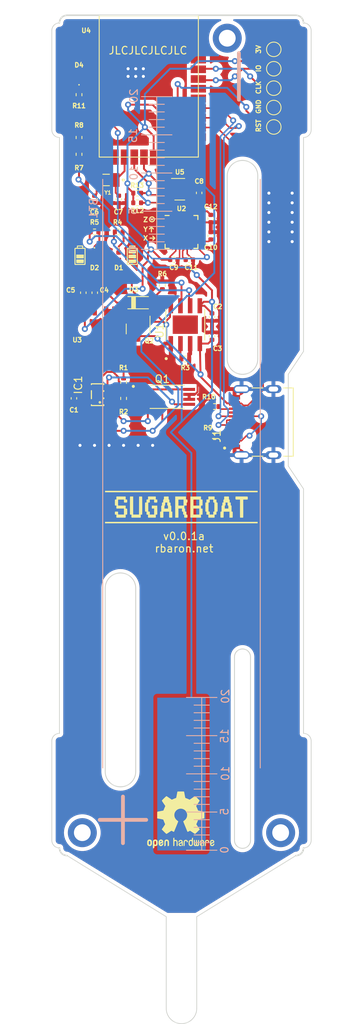
<source format=kicad_pcb>
(kicad_pcb (version 20211014) (generator pcbnew)
  (title_block (title "sugarboat") (date "2021-12-29") (rev "0.0.1a") (company "rbaron.net"))
  (layers (0 "F.Cu" signal) (31 "B.Cu" signal) (34 "B.Paste" user) (35 "F.Paste" user) (36 "B.SilkS" user "B.Silkscreen") (37 "F.SilkS" user "F.Silkscreen") (38 "B.Mask" user) (39 "F.Mask" user) (44 "Edge.Cuts" user))
  (net 0 "")
  (net 2 "Net-(IC1-Pad1)")
  (net 3 "Net-(IC1-Pad2)")
  (net 4 "Net-(IC1-Pad3)")
  (net 5 "unconnected-(Q1-Pad1)")
  (net 6 "GND")
  (net 7 "Net-(C1-Pad2)")
  (net 8 "+BATT")
  (net 9 "+5V")
  (net 10 "Net-(D1-Pad1)")
  (net 11 "Net-(D2-Pad1)")
  (net 12 "Net-(R3-Pad1)")
  (net 13 "Net-(R4-Pad2)")
  (net 14 "Net-(R5-Pad2)")
  (net 18 "+3V0")
  (net 19 "BATT_SEN")
  (net 24 "RESET")
  (net 27 "SWDCLK")
  (net 28 "SWDIO")
  (net 36 "Net-(J1-PadA5)")
  (net 37 "USB D+")
  (net 38 "USB D-")
  (net 39 "Net-(J1-PadB5)")
  (net 40 "Net-(D4-Pad1)")
  (net 41 "LED")
  (net 44 "Net-(BT1-Pad-)")
  (net 45 "Net-(C4-Pad2)")
  (net 46 "Net-(C6-Pad2)")
  (net 47 "Net-(C7-Pad2)")
  (net 48 "SDA")
  (net 49 "SCL")
  (net 50 "Net-(C11-Pad1)")
  (net 51 "Net-(C12-Pad2)")
  (net 52 "IMU_INT")
  (footprint "lib:battery-full" (layer "F.Cu") (at 106.553 89.408 90)
    (fp_text reference "G***" hide)
    (fp_text value "LOGO" hide)
  )
  (footprint "Resistor_SMD:R_0402_1005Metric" (layer "F.Cu") (at 110.49 93.345 90)
    (fp_text reference "R6")
    (fp_text value "10k")
  )
  (footprint "TestPoint:TestPoint_Pad_D1.5mm" (layer "F.Cu") (at 125.1 67.54 90)
    (fp_text reference "TP3" hide)
    (fp_text value "TestPoint")
  )
  (footprint "Capacitor_SMD:C_0402_1005Metric" (layer "F.Cu") (at 112 90 180)
    (fp_text reference "C9")
    (fp_text value "10n")
  )
  (footprint "Resistor_SMD:R_0402_1005Metric" (layer "F.Cu") (at 105.41 106.045 -90)
    (fp_text reference "R1")
    (fp_text value "100")
  )
  (footprint "lib:HRO_TYPE-C-31-M-12" (layer "F.Cu") (at 125.0525 111.252 90)
    (fp_text reference "J1")
    (fp_text value "TYPE-C-31-M-12")
  )
  (footprint "TestPoint:TestPoint_Pad_D1.5mm" (layer "F.Cu") (at 125.1 62.46 90)
    (fp_text reference "TP5" hide)
    (fp_text value "TestPoint")
  )
  (footprint "Capacitor_SMD:C_0402_1005Metric" (layer "F.Cu") (at 101.63 94.3175 -90)
    (fp_text reference "C4")
    (fp_text value "10u")
  )
  (footprint "Package_TO_SOT_SMD:SOT-23" (layer "F.Cu") (at 107.315 99.06 -90)
    (fp_text reference "Q2")
    (fp_text value "AO3401A")
  )
  (footprint "Resistor_SMD:R_0402_1005Metric" (layer "F.Cu") (at 99.568 74 90)
    (fp_text reference "R8")
    (fp_text value "470k")
  )
  (footprint "Symbol:OSHW-Logo2_9.8x8mm_SilkScreen" (layer "F.Cu") (at 112.903 163.322)
    (fp_text reference "REF**" hide)
    (fp_text value "OSHW-Logo2_9.8x8mm_SilkScreen" hide)
  )
  (footprint "LED_SMD:LED_0402_1005Metric" (layer "F.Cu") (at 101.6 89.535 -90)
    (fp_text reference "D2")
    (fp_text value "RED")
  )
  (footprint "Capacitor_SMD:C_0402_1005Metric" (layer "F.Cu") (at 98.900103 108.144511 90)
    (fp_text reference "C1")
    (fp_text value "0.1u")
  )
  (footprint "lib:SOT89" (layer "F.Cu") (at 101.63 97.2975 180)
    (fp_text reference "U3")
    (fp_text value "HT7330")
  )
  (footprint "Capacitor_SMD:C_0402_1005Metric" (layer "F.Cu") (at 114.032 90)
    (fp_text reference "C11")
    (fp_text value "0.1u")
  )
  (footprint "lib:SOD3716X135N" (layer "F.Cu") (at 107.315 95.6225)
    (fp_text reference "D3")
    (fp_text value " B5819W SL")
  )
  (footprint "TestPoint:TestPoint_Pad_D1.5mm" (layer "F.Cu") (at 125.1 72.62 90)
    (fp_text reference "TP1" hide)
    (fp_text value "TestPoint")
  )
  (footprint "MountingHole:MountingHole_2.2mm_M2_DIN965_Pad" (layer "F.Cu") (at 119 61)
    (fp_text reference "REF**" hide)
    (fp_text value "MountingHole_2.2mm_M2_DIN965_Pad" hide)
  )
  (footprint "MountingHole:MountingHole_2.2mm_M2_DIN965_Pad" (layer "F.Cu") (at 100 165)
    (fp_text reference "REF**" hide)
    (fp_text value "MountingHole_2.2mm_M2_DIN965_Pad" hide)
  )
  (footprint "lib:battery-half" (layer "F.Cu") (at 99.695 89.408 90)
    (fp_text reference "G***" hide)
    (fp_text value "LOGO" hide)
  )
  (footprint "TestPoint:TestPoint_Pad_D1.5mm" (layer "F.Cu") (at 125.1 70.08 90)
    (fp_text reference "TP2" hide)
    (fp_text value "TestPoint")
  )
  (footprint "lib:E73-2G4M08S1C-modified" (layer "F.Cu") (at 108.712 67.564)
    (fp_text reference "U4")
    (fp_text value "E73-2G4M08S1C")
  )
  (footprint "Resistor_SMD:R_0402_1005Metric" (layer "F.Cu") (at 99.568 68.394 -90)
    (fp_text reference "R11")
    (fp_text value "1k" hide)
  )
  (footprint "Capacitor_SMD:C_0402_1005Metric" (layer "F.Cu") (at 104.775 82.1 90)
    (fp_text reference "C7")
    (fp_text value "12p" hide)
  )
  (footprint "MountingHole:MountingHole_2.2mm_M2_DIN965_Pad" (layer "F.Cu") (at 126 165)
    (fp_text reference "REF**" hide)
    (fp_text value "MountingHole_2.2mm_M2_DIN965_Pad" hide)
  )
  (footprint "Capacitor_SMD:C_0402_1005Metric" (layer "F.Cu") (at 117 97.5 90)
    (fp_text reference "C2")
    (fp_text value "10u")
  )
  (footprint "Resistor_SMD:R_0402_1005Metric" (layer "F.Cu") (at 117.348 109.22 180)
    (fp_text reference "R10")
    (fp_text value "5.1k")
  )
  (footprint "Resistor_SMD:R_0402_1005Metric" (layer "F.Cu") (at 107.19 81.28)
    (fp_text reference "R13")
    (fp_text value "10k")
  )
  (footprint "TestPoint:TestPoint_Pad_D1.5mm" (layer "F.Cu") (at 125.1 65 90)
    (fp_text reference "TP4" hide)
    (fp_text value "TestPoint")
  )
  (footprint "Sensor_Motion:InvenSense_QFN-24_4x4mm_P0.5mm" (layer "F.Cu") (at 113 86.36)
    (fp_text reference "U2")
    (fp_text value "MPU-6050")
  )
  (footprint "Resistor_SMD:R_0402_1005Metric" (layer "F.Cu") (at 105.41 108.154511 -90)
    (fp_text reference "R2")
    (fp_text value "1k")
  )
  (footprint "Capacitor_SMD:C_0402_1005Metric" (layer "F.Cu") (at 100.13 94.3175 -90)
    (fp_text reference "C5")
    (fp_text value "10u")
  )
  (footprint "Resistor_SMD:R_0402_1005Metric" (layer "F.Cu") (at 107.19 82.55 180)
    (fp_text reference "R12")
    (fp_text value "10k")
  )
  (footprint "lib:XTAL_NX3215SA-32.768K-STD-MUA-14" (layer "F.Cu") (at 103.124 79.56 180)
    (fp_text reference "Y1")
    (fp_text value "32.768 kHz")
  )
  (footprint "Resistor_SMD:R_0402_1005Metric" (layer "F.Cu") (at 101.6 86.36 180)
    (fp_text reference "R5")
    (fp_text value "1k")
  )
  (footprint "LED_SMD:LED_0402_1005Metric" (layer "F.Cu") (at 104.775 89.535 -90)
    (fp_text reference "D1")
    (fp_text value "GREEN")
  )
  (footprint "Resistor_SMD:R_0402_1005Metric" (layer "F.Cu") (at 117.348 113.157 180)
    (fp_text reference "R9")
    (fp_text value "5.1k")
  )
  (footprint "Capacitor_SMD:C_0402_1005Metric" (layer "F.Cu") (at 101.6 82.1 90)
    (fp_text reference "C6")
    (fp_text value "12p" hide)
  )
  (footprint "Resistor_SMD:R_0402_1005Metric" (layer "F.Cu") (at 99.568 76.2 90)
    (fp_text reference "R7")
    (fp_text value "470k")
  )
  (footprint "Resistor_SMD:R_0402_1005Metric" (layer "F.Cu") (at 113.5 103)
    (fp_text reference "R3")
    (fp_text value "2k")
  )
  (footprint "Capacitor_SMD:C_0402_1005Metric" (layer "F.Cu") (at 116.84 84.61 90)
    (fp_text reference "C12")
    (fp_text value "2.2n")
  )
  (footprint "Capacitor_SMD:C_0402_1005Metric" (layer "F.Cu") (at 116.84 86.868 90)
    (fp_text reference "C10")
    (fp_text value "0.1u")
  )
  (footprint "LED_SMD:LED_0402_1005Metric" (layer "F.Cu") (at 99.568 66.009 90)
    (fp_text reference "D4")
    (fp_text value "RED" hide)
  )
  (footprint "lib:SOT23-6" (layer "F.Cu") (at 102.000103 107.664511 90)
    (property "VALUE" "DW01A")
    (fp_text reference "IC1")
    (fp_text value "DW01A")
  )
  (footprint "Capacitor_SMD:C_0402_1005Metric" (layer "F.Cu") (at 117 100 -90)
    (fp_text reference "C3")
    (fp_text value "10u")
  )
  (footprint "Resistor_SMD:R_0402_1005Metric" (layer "F.Cu") (at 104.775 86.36 180)
    (fp_text reference "R4")
    (fp_text value "1k")
  )
  (footprint "lib:SOP65P640X120-8N" (layer "F.Cu") (at 111.125 107.95)
    (fp_text reference "Q1")
    (fp_text value "FS8205A")
  )
  (footprint "Capacitor_SMD:C_0402_1005Metric" (layer "F.Cu") (at 115.316 81.252 90)
    (fp_text reference "C8")
    (fp_text value "100n")
  )
  (footprint "lib:SOP127P600X175-9N" (layer "F.Cu") (at 113.5 98.5 90)
    (fp_text reference "U1")
    (fp_text value "TP4056")
  )
  (footprint "Sensor_Humidity:Sensirion_DFN-8-1EP_2.5x2.5mm_P0.5mm_EP1.1x1.7mm" (layer "F.Cu") (at 112.776 80.772)
    (fp_text reference "U5")
    (fp_text value "SHT30-DIS")
  )
  (footprint "lib:sugarboat" (layer "F.Cu") (at 112.9792 122.3772)
    (fp_text reference "G***" hide)
    (fp_text value "LOGO" hide)
  )
  (footprint "lib:BAT_1042_modified" (layer "B.Cu") (at 113 118 -90)
    (fp_text reference "BT1")
    (fp_text value "Battery_Cell")
    (fp_line (start -39 -6) (end -15 -6) (layer "Edge.Cuts") (width 0.12))
    (fp_line (start 48 -9.05) (end 24 -9.05) (layer "Edge.Cuts") (width 0.12))
    (fp_line (start 15 10) (end 39 10) (layer "Edge.Cuts") (width 0.12))
    (fp_line (start -15 -10) (end -39 -10) (layer "Edge.Cuts") (width 0.12))
    (fp_line (start 24 -6.95) (end 48 -6.95) (layer "Edge.Cuts") (width 0.12))
    (fp_line (start 39 6) (end 15 6) (layer "Edge.Cuts") (width 0.12))
    (fp_arc (start 48 -9.05) (mid 49.059259 -8) (end 48 -6.95) (layer "Edge.Cuts") (width 0.12))
    (fp_arc (start 39 6) (mid 41 8) (end 39 10) (layer "Edge.Cuts") (width 0.12))
    (fp_arc (start 15 10) (mid 13 8) (end 15 6) (layer "Edge.Cuts") (width 0.12))
    (fp_arc (start 24 -6.95) (mid 22.95 -8) (end 24 -9.05) (layer "Edge.Cuts") (width 0.12))
    (fp_arc (start -15 -10) (mid -13 -8) (end -15 -6) (layer "Edge.Cuts") (width 0.12))
    (fp_arc (start -39 -6) (mid -41 -8) (end -39 -10) (layer "Edge.Cuts") (width 0.12))
  )
  (gr_line (start 108.8009 85.9663) (end 109.0549 85.7123) (layer "F.SilkS") (width 0.15))
  (gr_circle (center 109.1311 84.709) (end 109.1311 84.709) (layer "F.SilkS") (width 0.15) (fill none))
  (gr_line (start 109.0549 85.7123) (end 109.0549 86.3473) (layer "F.SilkS") (width 0.15))
  (gr_circle (center 109.1311 84.709) (end 109.4359 84.6074) (layer "F.SilkS") (width 0.15) (fill none))
  (gr_line (start 109.3089 85.9663) (end 109.0549 85.7123) (layer "F.SilkS") (width 0.15))
  (gr_line (start 109.4994 87.1728) (end 108.8644 87.1728) (layer "F.SilkS") (width 0.15))
  (gr_line (start 109.0549 85.7123) (end 109.3089 85.9663) (layer "F.SilkS") (width 0.15))
  (gr_line (start 109.2454 86.9188) (end 109.4994 87.1728) (layer "F.SilkS") (width 0.15))
  (gr_line (start 109.2454 87.4268) (end 109.4994 87.1728) (layer "F.SilkS") (width 0.15))
  (gr_line (start 109.4994 87.1728) (end 109.2454 87.4268) (layer "F.SilkS") (width 0.15))
  (gr_arc (start 129 167) (mid 128.707108 167.707108) (end 128 168) (layer "Edge.Cuts") (width 0.2))
  (gr_arc (start 96 60) (mid 96.292893 59.292893) (end 97 59) (layer "Edge.Cuts") (width 0.1))
  (gr_arc (start 130 73) (mid 129.707107 73.707107) (end 129 74) (layer "Edge.Cuts") (width 0.1))
  (gr_line (start 127 117) (end 127 105) (layer "Edge.Cuts") (width 0.1))
  (gr_line (start 96 73) (end 96 60) (layer "Edge.Cuts") (width 0.1))
  (gr_line (start 98 58) (end 128 58) (layer "Edge.Cuts") (width 0.2))
  (gr_line (start 96 166) (end 96 153) (layer "Edge.Cuts") (width 0.1))
  (gr_arc (start 129 59) (mid 129.707107 59.292893) (end 130 60) (layer "Edge.Cuts") (width 0.1))
  (gr_line (start 127 117) (end 129 120) (layer "Edge.Cuts") (width 0.1))
  (gr_line (start 129 120) (end 129 152) (layer "Edge.Cuts") (width 0.1))
  (gr_line (start 129 74) (end 129 102) (layer "Edge.Cuts") (width 0.1))
  (gr_arc (start 98 168) (mid 97.292894 167.707106) (end 97 167) (layer "Edge.Cuts") (width 0.2))
  (gr_line (start 111 188) (end 111 176) (layer "Edge.Cuts") (width 0.1))
  (gr_line (start 115 188) (end 115 176) (layer "Edge.Cuts") (width 0.1))
  (gr_arc (start 130 166) (mid 129.707107 166.707107) (end 129 167) (layer "Edge.Cuts") (width 0.1))
  (gr_arc (start 97 59) (mid 97.292894 58.292894) (end 98 58) (layer "Edge.Cuts") (width 0.2))
  (gr_arc (start 115 188) (mid 113 190) (end 111 188) (layer "Edge.Cuts") (width 0.1))
  (gr_line (start 97 152) (end 97 74) (layer "Edge.Cuts") (width 0.1))
  (gr_arc (start 97 74) (mid 96.292893 73.707107) (end 96 73) (layer "Edge.Cuts") (width 0.1))
  (gr_line (start 130 153) (end 130 166) (layer "Edge.Cuts") (width 0.1))
  (gr_line (start 130 60) (end 130 73) (layer "Edge.Cuts") (width 0.1))
  (gr_arc (start 97 167) (mid 96.292893 166.707107) (end 96 166) (layer "Edge.Cuts") (width 0.1))
  (gr_arc (start 128 58) (mid 128.707106 58.292894) (end 129 59) (layer "Edge.Cuts") (width 0.2))
  (gr_line (start 98 168) (end 111 176) (layer "Edge.Cuts") (width 0.1))
  (gr_line (start 127 105) (end 129 102) (layer "Edge.Cuts") (width 0.1))
  (gr_arc (start 96 153) (mid 96.292893 152.292893) (end 97 152) (layer "Edge.Cuts") (width 0.1))
  (gr_line (start 115 176) (end 128 168) (layer "Edge.Cuts") (width 0.1))
  (gr_arc (start 129 152) (mid 129.707107 152.292893) (end 130 153) (layer "Edge.Cuts") (width 0.1))
  (gr_text "Y" (at 108.2929 86.0298) (layer "F.SilkS") (effects (font (size 0.6 0.6))))
  (gr_text "Z" (at 108.2929 84.7598) (layer "F.SilkS") (effects (font (size 0.6 0.6))))
  (gr_text "CLK" (at 123.1 67.46 90) (layer "F.SilkS") (effects (font (size 0.6 0.6))))
  (gr_text "v0.0.1a\nrbaron.net" (at 113.3348 127) (layer "F.SilkS") (effects (font (size 1 1))))
  (gr_text "3V" (at 123.1 62.46 90) (layer "F.SilkS") (effects (font (size 0.6 0.6))))
  (gr_text "RST" (at 123.1 72.46 90) (layer "F.SilkS") (effects (font (size 0.6 0.6))))
  (gr_text "JLCJLCJLCJLC" (at 108.6104 62.611) (layer "F.SilkS") (effects (font (size 1 1))))
  (gr_text "GND" (at 123.1 69.96 90) (layer "F.SilkS") (effects (font (size 0.6 0.6))))
  (gr_text "IO" (at 123.1 64.96 90) (layer "F.SilkS") (effects (font (size 0.6 0.6))))
  (gr_text "X" (at 108.2929 87.1728) (layer "F.SilkS") (effects (font (size 0.6 0.6))))
  (segment (start 103.300103 109.015103) (end 105.41 111.125) (width 0.25) (layer "F.Cu") (net 2))
  (segment (start 108.585 109.265) (end 108.245 108.925) (width 0.25) (layer "F.Cu") (net 2))
  (segment (start 103.300103 108.614511) (end 103.300103 109.015103) (width 0.25) (layer "F.Cu") (net 2))
  (segment (start 108.585 111.125) (end 108.585 109.265) (width 0.25) (layer "F.Cu") (net 2))
  (via (at 105.41 111.125) (size 0.8) (drill 0.4) (layers "F.Cu" "B.Cu") (net 2))
  (via (at 108.585 111.125) (size 0.8) (drill 0.4) (layers "F.Cu" "B.Cu") (net 2))
  (segment (start 105.41 111.125) (end 108.585 111.125) (width 0.25) (layer "B.Cu") (net 2))
  (segment (start 103.300103 107.664511) (end 105.39 107.664511) (width 0.25) (layer "F.Cu") (net 3))
  (segment (start 105.39 107.664511) (end 105.41 107.644511) (width 0.25) (layer "F.Cu") (net 3))
  (segment (start 103.300103 106.714511) (end 103.300103 105.614897) (width 0.25) (layer "F.Cu") (net 4))
  (segment (start 103.300103 105.614897) (end 103.505 105.41) (width 0.25) (layer "F.Cu") (net 4))
  (segment (start 111.76 108.585) (end 112.1 108.925) (width 0.25) (layer "F.Cu") (net 4))
  (segment (start 112.1 108.925) (end 114.005 108.925) (width 0.25) (layer "F.Cu") (net 4))
  (via (at 103.505 105.41) (size 0.8) (drill 0.4) (layers "F.Cu" "B.Cu") (net 4))
  (via (at 111.76 108.585) (size 0.8) (drill 0.4) (layers "F.Cu" "B.Cu") (net 4))
  (segment (start 103.505 105.41) (end 108.585 105.41) (width 0.25) (layer "B.Cu") (net 4))
  (segment (start 108.585 105.41) (end 111.76 108.585) (width 0.25) (layer "B.Cu") (net 4))
  (segment (start 108.245 106.975) (end 114.005 106.975) (width 0.25) (layer "F.Cu") (net 5))
  (segment (start 111.334 85.11) (end 111.35852 85.13452) (width 0.2) (layer "F.Cu") (net 6))
  (segment (start 115.10952 107.297704) (end 115.10952 106.21952) (width 0.25) (layer "F.Cu") (net 6))
  (segment (start 114.01 105.12) (end 114.01 103) (width 0.25) (layer "F.Cu") (net 6))
  (segment (start 111.35852 85.13452) (end 115.20948 85.13452) (width 0.2) (layer "F.Cu") (net 6))
  (segment (start 112.48 90) (end 112.75 89.73) (width 0.2) (layer "F.Cu") (net 6))
  (segment (start 113.951 80.022) (end 113.526 80.022) (width 0.25) (layer "F.Cu") (net 6))
  (segment (start 116.82 85.11) (end 116.84 85.09) (width 0.25) (layer "F.Cu") (net 6))
  (segment (start 112.526 80.522) (end 112.776 80.772) (width 0.25) (layer "F.Cu") (net 6))
  (segment (start 113.526 80.022) (end 112.776 80.772) (width 0.25) (layer "F.Cu") (net 6))
  (segment (start 115.20948 85.13452) (end 115.234 85.11) (width 0.2) (layer "F.Cu") (net 6))
  (segment (start 113.75 88.31) (end 113.75 89.238) (width 0.2) (layer "F.Cu") (net 6))
  (segment (start 113.75 89.238) (end 114.512 90) (width 0.2) (layer "F.Cu") (net 6))
  (segment (start 113.026 80.522) (end 112.776 80.772) (width 0.25) (layer "F.Cu") (net 6))
  (segment (start 111.601 80.522) (end 112.526 80.522) (width 0.25) (layer "F.Cu") (net 6))
  (segment (start 115.10952 106.21952) (end 114.01 105.12) (width 0.25) (layer "F.Cu") (net 6))
  (segment (start 112.75 89.73) (end 112.75 88.31) (width 0.2) (layer "F.Cu") (net 6))
  (segment (start 114.782224 107.625) (end 115.10952 107.297704) (width 0.25) (layer "F.Cu") (net 6))
  (segment (start 110.622 77.814) (end 110.622 76.564) (width 0.25) (layer "F.Cu") (net 6))
  (segment (start 112.776 80.772) (end 112.776 79.968) (width 0.25) (layer "F.Cu") (net 6))
  (segment (start 115.234 85.11) (end 116.82 85.11) (width 0.25) (layer "F.Cu") (net 6))
  (segment (start 112.776 79.968) (end 110.622 77.814) (width 0.25) (layer "F.Cu") (net 6))
  (segment (start 114.005 107.625) (end 114.782224 107.625) (width 0.25) (layer "F.Cu") (net 6))
  (segment (start 114.005 107.625) (end 114.005 108.275) (width 0.25) (layer "F.Cu") (net 6))
  (segment (start 113.951 80.522) (end 113.026 80.522) (width 0.25) (layer "F.Cu") (net 6))
  (via (at 107 66) (size 0.8) (drill 0.4) (layers "F.Cu" "B.Cu") (net 6))
  (via (at 124.46 85.09) (size 0.8) (drill 0.4) (layers "F.Cu" "B.Cu") (net 6))
  (via (at 127.508 86.36) (size 0.8) (drill 0.4) (layers "F.Cu" "B.Cu") (net 6))
  (via (at 124.46 86.36) (size 0.8) (drill 0.4) (layers "F.Cu" "B.Cu") (net 6))
  (via (at 127.508 85.09) (size 0.8) (drill 0.4) (layers "F.Cu" "B.Cu") (net 6))
  (via (at 109.22 114.3) (size 0.8) (drill 0.4) (layers "F.Cu" "B.Cu") (net 6))
  (via (at 106 66) (size 0.8) (drill 0.4) (layers "F.Cu" "B.Cu") (net 6))
  (via (at 127.508 81.28) (size 0.8) (drill 0.4) (layers "F.Cu" "B.Cu") (net 6))
  (via (at 127.508 83.82) (size 0.8) (drill 0.4) (layers "F.Cu" "B.Cu") (net 6))
  (via (at 99.695 114.3) (size 0.8) (drill 0.4) (layers "F.Cu" "B.Cu") (net 6))
  (via (at 105.41 114.3) (size 0.8) (drill 0.4) (layers "F.Cu" "B.Cu") (net 6))
  (via (at 124.46 81.28) (size 0.8) (drill 0.4) (layers "F.Cu" "B.Cu") (net 6))
  (via (at 108 66) (size 0.8) (drill 0.4) (layers "F.Cu" "B.Cu") (net 6))
  (via (at 103.505 114.3) (size 0.8) (drill 0.4) (layers "F.Cu" "B.Cu") (net 6))
  (via (at 124.46 87.63) (size 0.8) (drill 0.4) (layers "F.Cu" "B.Cu") (net 6))
  (via (at 107 65) (size 0.8) (drill 0.4) (layers "F.Cu" "B.Cu") (net 6))
  (via (at 124.46 82.55) (size 0.8) (drill 0.4) (layers "F.Cu" "B.Cu") (net 6))
  (via (at 106 65) (size 0.8) (drill 0.4) (layers "F.Cu" "B.Cu") (net 6))
  (via (at 127.508 87.63) (size 0.8) (drill 0.4) (layers "F.Cu" "B.Cu") (net 6))
  (via (at 107.315 114.3) (size 0.8) (drill 0.4) (layers "F.Cu" "B.Cu") (net 6))
  (via (at 124.46 83.82) (size 0.8) (drill 0.4) (layers "F.Cu" "B.Cu") (net 6))
  (via (at 108 65) (size 0.8) (drill 0.4) (layers "F.Cu" "B.Cu") (net 6))
  (via (at 127.508 82.55) (size 0.8) (drill 0.4) (layers "F.Cu" "B.Cu") (net 6))
  (via (at 101.6 114.3) (size 0.8) (drill 0.4) (layers "F.Cu" "B.Cu") (net 6))
  (segment (start 102.235 106.979614) (end 102.235 105.655386) (width 0.25) (layer "F.Cu") (net 7))
  (segment (start 98.900103 107.664511) (end 100.700103 107.664511) (width 0.25) (layer "F.Cu") (net 7))
  (segment (start 103.204897 104.685489) (end 104.040969 104.685489) (width 0.25) (layer "F.Cu") (net 7))
  (segment (start 104.76548 105.41) (end 104.76548 105.91048) (width 0.25) (layer "F.Cu") (net 7))
  (segment (start 102.235 105.655386) (end 103.204897 104.685489) (width 0.25) (layer "F.Cu") (net 7))
  (segment (start 104.76548 105.91048) (end 105.41 106.555) (width 0.25) (layer "F.Cu") (net 7))
  (segment (start 104.040969 104.685489) (end 104.76548 105.41) (width 0.25) (layer "F.Cu") (net 7))
  (segment (start 100.700103 107.664511) (end 101.550103 107.664511) (width 0.25) (layer "F.Cu") (net 7))
  (segment (start 101.550103 107.664511) (end 102.235 106.979614) (width 0.25) (layer "F.Cu") (net 7))
  (segment (start 115.405 96.025) (end 116.005 96.025) (width 0.25) (layer "F.Cu") (net 8))
  (segment (start 99.568 76.71) (end 99.568 79.432) (width 0.25) (layer "F.Cu") (net 8))
  (segment (start 105.41 101.9025) (end 105.41 105.535) (width 0.25) (layer "F.Cu") (net 8))
  (segment (start 115.93 95.5) (end 115.405 96.025) (width 0.25) (layer "F.Cu") (net 8))
  (segment (start 107.315 99.9975) (end 109.5225 99.9975) (width 0.25) (layer "F.Cu") (net 8))
  (segment (start 116.005 96.025) (end 117 97.02) (width 0.25) (layer "F.Cu") (net 8))
  (segment (start 117 94) (end 117 95.5) (width 0.25) (layer "F.Cu") (net 8))
  (segment (start 117 95.5) (end 115.93 95.5) (width 0.25) (layer "F.Cu") (net 8))
  (segment (start 115 92) (end 117 94) (width 0.25) (layer "F.Cu") (net 8))
  (segment (start 99.568 79.432) (end 99.5 79.5) (width 0.25) (layer "F.Cu") (net 8))
  (segment (start 107.315 99.9975) (end 105.41 101.9025) (width 0.25) (layer "F.Cu") (net 8))
  (segment (start 109.5225 99.9975) (end 109.855 100.33) (width 0.25) (layer "F.Cu") (net 8))
  (via (at 109.855 100.33) (size 0.8) (drill 0.4) (layers "F.Cu" "B.Cu") (net 8))
  (via (at 99.5 79.5) (size 0.8) (drill 0.4) (layers "F.Cu" "B.Cu") (net 8))
  (via (at 117 95.5) (size 0.8) (drill 0.4) (layers "F.Cu" "B.Cu") (net 8))
  (via (at 115 92) (size 0.8) (drill 0.4) (layers "F.Cu" "B.Cu") (net 8))
  (segment (start 111.6 112.6) (end 117 107.2) (width 0.25) (layer "B.Cu") (net 8))
  (segment (start 114.3 157.33) (end 114.3 115.3) (width 0.25) (layer "B.Cu") (net 8))
  (segment (start 99.5 79.5) (end 103.5 83.5) (width 0.25) (layer "B.Cu") (net 8))
  (segment (start 113.03 103.505) (end 113.03 111.17) (width 0.25) (layer "B.Cu") (net 8))
  (segment (start 109.855 100.33) (end 113.03 103.505) (width 0.25) (layer "B.Cu") (net 8))
  (segment (start 109.5 91) (end 114 91) (width 0.25) (layer "B.Cu") (net 8))
  (segment (start 103.5 83.5) (end 103.5 85) (width 0.25) (layer "B.Cu") (net 8))
  (segment (start 114 91) (end 115 92) (width 0.25) (layer "B.Cu") (net 8))
  (segment (start 114.3 115.3) (end 111.6 112.6) (width 0.25) (layer "B.Cu") (net 8))
  (segment (start 113.03 111.17) (end 111.6 112.6) (width 0.25) (layer "B.Cu") (net 8))
  (segment (start 117 107.2) (end 117 95.5) (width 0.25) (layer "B.Cu") (net 8))
  (segment (start 103.5 85) (end 109.5 91) (width 0.25) (layer "B.Cu") (net 8))
  (segment (start 106.485 91.73) (end 104.775 90.02) (width 0.25) (layer "F.Cu") (net 9))
  (segment (start 108.265 98.1225) (end 110.6225 98.1225) (width 0.25) (layer "F.Cu") (net 9))
  (segment (start 123.70298 107.050793) (end 121.692252 109.061521) (width 0.2) (layer "F.Cu") (net 9))
  (segment (start 117.652 72.694) (end 119.888 74.93) (width 0.2) (layer "F.Cu") (net 9))
  (segment (start 110.6225 98.1225) (end 111 98.5) (width 0.25) (layer "F.Cu") (net 9))
  (segment (start 123.698 74.93) (end 126 77.232) (width 0.2) (layer "F.Cu") (net 9))
  (segment (start 111.5 97.5) (end 111.5 96.12) (width 0.25) (layer "F.Cu") (net 9))
  (segment (start 108.8025 96.3025) (end 110 97.5) (width 0.25) (layer "F.Cu") (net 9))
  (segment (start 121.112748 109.061521) (end 120.853227 108.802) (width 0.2) (layer "F.Cu") (net 9))
  (segment (start 115.405 100.975) (end 116.505 100.975) (width 0.25) (layer "F.Cu") (net 9))
  (segment (start 106.485 93.985) (end 106.485 91.73) (width 0.25) (layer "F.Cu") (net 9))
  (segment (start 108.9533 96.1517) (end 108.8025 96.3025) (width 0.25) (layer "F.Cu") (net 9))
  (segment (start 123.70298 105.29702) (end 123.70298 107.050793) (width 0.2) (layer "F.Cu") (net 9))
  (segment (start 106.485 93.985) (end 108.8025 96.3025) (width 0.25) (layer "F.Cu") (net 9))
  (segment (start 108.9533 95.3917) (end 110.49 93.855) (width 0.25) (layer "F.Cu") (net 9))
  (segment (start 115.5 105) (end 115.405 105.2245) (width 0.25) (layer "F.Cu") (net 9))
  (segment (start 119.9575 108.802) (end 120.853227 108.802) (width 0.2) (layer "F.Cu") (net 9))
  (segment (start 119.888 74.93) (end 123.698 74.93) (width 0.2) (layer "F.Cu") (net 9))
  (segment (start 115.405 105.2245) (end 118.9825 108.802) (width 0.25) (layer "F.Cu") (net 9))
  (segment (start 115.405 100.975) (end 115.5 105) (width 0.25) (layer "F.Cu") (net 9))
  (segment (start 118.9825 108.802) (end 119.9575 108.802) (width 0.25) (layer "F.Cu") (net 9))
  (segment (start 126 77.232) (end 126 103) (width 0.2) (layer "F.Cu") (net 9))
  (segment (start 109.985 97.485) (end 111 98.5) (width 0.25) (layer "F.Cu") (net 9))
  (segment (start 115.212 72.694) (end 117.652 72.694) (width 0.2) (layer "F.Cu") (net 9))
  (segment (start 120.853227 108.802) (end 122.541227 110.49) (width 0.2) (layer "F.Cu") (net 9))
  (segment (start 101.6 90.02) (end 104.775 90.02) (width 0.25) (layer "F.Cu") (net 9))
  (segment (start 108.9533 95.6225) (end 108.9533 96.1517) (width 0.25) (layer "F.Cu") (net 9))
  (segment (start 121.692252 109.061521) (end 121.112748 109.061521) (width 0.2) (layer "F.Cu") (net 9))
  (segment (start 111 98) (end 111.5 97.5) (width 0.25) (layer "F.Cu") (net 9))
  (segment (start 121.92 113.03) (end 121.525227 113.03) (width 0.2) (layer "F.Cu") (net 9))
  (segment (start 111.5 96.12) (end 111.595 96.025) (width 0.25) (layer "F.Cu") (net 9))
  (segment (start 126 103) (end 123.70298 105.29702) (width 0.2) (layer "F.Cu") (net 9))
  (segment (start 108.9533 95.6225) (end 108.9533 95.3917) (width 0.25) (layer "F.Cu") (net 9))
  (segment (start 121.525227 113.03) (end 120.853227 113.702) (width 0.2) (layer "F.Cu") (net 9))
  (segment (start 120.853227 113.702) (end 119.9575 113.702) (width 0.2) (layer "F.Cu") (net 9))
  (segment (start 116.505 100.975) (end 117 100.48) (width 0.25) (layer "F.Cu") (net 9))
  (segment (start 122.541227 110.49) (end 123.444 110.49) (width 0.2) (layer "F.Cu") (net 9))
  (segment (start 111 98.5) (end 111 98) (width 0.25) (layer "F.Cu") (net 9))
  (via (at 121.92 113.03) (size 0.8) (drill 0.4) (layers "F.Cu" "B.Cu") (net 9))
  (via (at 123.444 110.49) (size 0.8) (drill 0.4) (layers "F.Cu" "B.Cu") (net 9))
  (via (at 111 98.5) (size 0.8) (drill 0.4) (layers "F.Cu" "B.Cu") (net 9))
  (via (at 115.5 105) (size 0.8) (drill 0.4) (layers "F.Cu" "B.Cu") (net 9))
  (segment (start 123.444 111.506) (end 121.92 113.03) (width 0.2) (layer "B.Cu") (net 9))
  (segment (start 111 100.5) (end 111 98.5) (width 0.25) (layer "B.Cu") (net 9))
  (segment (start 123.444 110.49) (end 123.444 111.506) (width 0.2) (layer "B.Cu") (net 9))
  (segment (start 115.5 105) (end 111 100.5) (width 0.25) (layer "B.Cu") (net 9))
  (segment (start 105.41 87.63) (end 105.41 86.485) (width 0.25) (layer "F.Cu") (net 10))
  (segment (start 104.775 89.05) (end 104.775 88.265) (width 0.25) (layer "F.Cu") (net 10))
  (segment (start 104.775 88.265) (end 105.41 87.63) (width 0.25) (layer "F.Cu") (net 10))
  (segment (start 101.6 89.05) (end 101.6 88.265) (width 0.25) (layer "F.Cu") (net 11))
  (segment (start 101.6 88.265) (end 102.235 87.63) (width 0.25) (layer "F.Cu") (net 11))
  (segment (start 102.235 87.63) (end 102.235 86.485) (width 0.25) (layer "F.Cu") (net 11))
  (segment (start 112.865 100.975) (end 112.865 102.875) (width 0.25) (layer "F.Cu") (net 12))
  (segment (start 112.865 102.875) (end 112.99 103) (width 0.25) (layer "F.Cu") (net 12))
  (segment (start 104.14 86.485) (end 104.265 86.36) (width 0.25) (layer "F.Cu") (net 13))
  (segment (start 114 94) (end 114 95.89) (width 0.25) (layer "F.Cu") (net 13))
  (segment (start 104.14 87.63) (end 104.14 86.485) (width 0.25) (layer "F.Cu") (net 13))
  (via (at 114 94) (size 0.8) (drill 0.4) (layers "F.Cu" "B.Cu") (net 13))
  (via (at 104.14 87.63) (size 0.8) (drill 0.4) (layers "F.Cu" "B.Cu") (net 13))
  (segment (start 104.14 88.14) (end 104.14 87.63) (width 0.25) (layer "B.Cu") (net 13))
  (segment (start 106.5 90.5) (end 104.14 88.14) (width 0.25) (layer "B.Cu") (net 13))
  (segment (start 110 94) (end 114 94) (width 0.25) (layer "B.Cu") (net 13))
  (segment (start 110 94) (end 106.5 90.5) (width 0.25) (layer "B.Cu") (net 13))
  (segment (start 113 95.89) (end 112.865 96.025) (width 0.25) (layer "F.Cu") (net 14))
  (segment (start 100.965 87.63) (end 100.965 86.485) (width 0.25) (layer "F.Cu") (net 14))
  (segment (start 113 93) (end 113 95.89) (width 0.25) (layer "F.Cu") (net 14))
  (segment (start 100.965 86.485) (end 101.09 86.36) (width 0.25) (layer "F.Cu") (net 14))
  (via (at 100.965 87.63) (size 0.8) (drill 0.4) (layers "F.Cu" "B.Cu") (net 14))
  (via (at 113 93) (size 0.8) (drill 0.4) (layers "F.Cu" "B.Cu") (net 14))
  (segment (start 101.689511 86.905489) (end 100.965 87.63) (width 0.25) (layer "B.Cu") (net 14))
  (segment (start 106.800103 89.265489) (end 104.440103 86.905489) (width 0.25) (layer "B.Cu") (net 14))
  (segment (start 106.800103 89.775489) (end 106.800103 89.265489) (width 0.25) (layer "B.Cu") (net 14))
  (segment (start 113 93) (end 110.024614 93) (width 0.25) (layer "B.Cu") (net 14))
  (segment (start 104.440103 86.905489) (end 101.689511 86.905489) (width 0.25) (layer "B.Cu") (net 14))
  (segment (start 110.024614 93) (end 106.800103 89.775489) (width 0.25) (layer "B.Cu") (net 14))
  (segment (start 113.951 81.522) (end 114.55907 81.522) (width 0.25) (layer "F.Cu") (net 18))
  (segment (start 112.056 77.978) (end 111.892 77.814) (width 0.25) (layer "F.Cu") (net 18))
  (segment (start 108.6 90.155) (end 108.6 89.0628) (width 0.25) (layer "F.Cu") (net 18))
  (segment (start 110.4 90) (end 111.52 90) (width 0.25) (layer "F.Cu") (net 18))
  (segment (start 108.6 90.155) (end 107.9 90.855) (width 0.25) (layer "F.Cu") (net 18))
  (segment (start 100.33 96.8992) (end 100.1314 96.7006) (width 0.25) (layer "F.Cu") (net 18))
  (segment (start 120 64) (end 123.56 64) (width 0.25) (layer "F.Cu") (net 18))
  (segment (start 116.84 87.348) (end 116.578 87.61) (width 0.2) (layer "F.Cu") (net 18))
  (segment (start 109.352 73.792) (end 108.204 72.644) (width 0.25) (layer "F.Cu") (net 18))
  (segment (start 116.578 87.61) (end 115.234 87.61) (width 0.2) (layer "F.Cu") (net 18))
  (segment (start 112.25 88.31) (end 112.25 88.85) (width 0.2) (layer "F.Cu") (net 18))
  (segment (start 112.956022 77.978) (end 112.056 77.978) (width 0.25) (layer "F.Cu") (net 18))
  (segment (start 112.545829 87.55952) (end 112.25 87.855349) (width 0.2) (layer "F.Cu") (net 18))
  (segment (start 107.9 93.8) (end 107.9 90.855) (width 0.25) (layer "F.Cu") (net 18))
  (segment (start 111.892 77.814) (end 111.892 76.564) (width 0.25) (layer "F.Cu") (net 18))
  (segment (start 100.33 99.06) (end 100.33 96.8992) (width 0.25) (layer "F.Cu") (net 18))
  (segment (start 109.2 69.7) (end 106 69.7) (width 0.25) (layer "F.Cu") (net 18))
  (segment (start 115.316 80.337978) (end 112.956022 77.978) (width 0.25) (layer "F.Cu") (net 18))
  (segment (start 115.30907 80.772) (end 115.316 80.772) (width 0.25) (layer "F.Cu") (net 18))
  (segment (start 111.892 72.392) (end 109.2 69.7) (width 0.25) (layer "F.Cu") (net 18))
  (segment (start 111.892 76.564) (end 111.892 72.392) (width 0.25) (layer "F.Cu") (net 18))
  (segment (start 106.68 81.28) (end 106.68 82.55) (width 0.25) (layer "F.Cu") (net 18))
  (segment (start 123.56 64) (end 125.1 62.46) (width 0.25) (layer "F.Cu") (net 18))
  (segment (start 105.918 80.518) (end 106.68 81.28) (width 0.25) (layer "F.Cu") (net 18))
  (segment (start 115.234 87.61) (end 115.18352 87.55952) (width 0.2) (layer "F.Cu") (net 18))
  (segment (start 115.316 80.772) (end 115.316 80.337978) (width 0.25) (layer "F.Cu") (net 18))
  (segment (start 100.13 94.7975) (end 100.13 96.6992) (width 0.25) (layer "F.Cu") (net 18))
  (segment (start 109.046 88.646) (end 110.4 90) (width 0.25) (layer "F.Cu") (net 18))
  (segment (start 114.55907 81.522) (end 115.30907 80.772) (width 0.25) (layer "F.Cu") (net 18))
  (segment (start 109.0168 88.646) (end 109.046 88.646) (width 0.25) (layer "F.Cu") (net 18))
  (segment (start 111.5 89.6) (end 111.5 89.98) (width 0.2) (layer "F.Cu") (net 18))
  (segment (start 109.352 76.564) (end 109.352 73.792) (width 0.25) (layer "F.Cu") (net 18))
  (segment (start 108.6 89.0628) (end 109.0168 88.646) (width 0.25) (layer "F.Cu") (net 18))
  (segment (start 111.5 89.98) (end 111.52 90) (width 0.2) (layer "F.Cu") (net 18))
  (segment (start 115.18352 87.55952) (end 112.545829 87.55952) (width 0.2) (layer "F.Cu") (net 18))
  (segment (start 112.25 88.85) (end 111.5 89.6) (width 0.2) (layer "F.Cu") (net 18))
  (segment (start 105.918 80.01) (end 105.918 80.518) (width 0.25) (layer "F.Cu") (net 18))
  (segment (start 112.25 87.855349) (end 112.25 88.31) (width 0.2) (layer "F.Cu") (net 18))
  (via (at 100.33 99.06) (size 0.8) (drill 0.4) (layers "F.Cu" "B.Cu") (net 18))
  (via (at 106 69.7) (size 0.8) (drill 0.4) (layers "F.Cu" "B.Cu") (net 18))
  (via (at 120 64) (size 0.8) (drill 0.4) (layers "F.Cu" "B.Cu") (net 18))
  (via (at 105.918 80.01) (size 0.8) (drill 0.4) (layers "F.Cu" "B.Cu") (net 18))
  (via (at 109.0168 88.646) (size 0.8) (drill 0.4) (layers "F.Cu" "B.Cu") (net 18))
  (via (at 107.9 93.8) (size 0.8) (drill 0.4) (layers "F.Cu" "B.Cu") (net 18))
  (via (at 108.204 72.644) (size 0.8) (drill 0.4) (layers "F.Cu" "B.Cu") (net 18))
  (segment (start 115.145978 64) (end 114.145978 65) (width 0.25) (layer "B.Cu") (net 18))
  (segment (start 114.145978 65) (end 111.5 65) (width 0.25) (layer "B.Cu") (net 18))
  (segment (start 105.918 80.01) (end 105.918 74.93) (width 0.25) (layer "B.Cu") (net 18))
  (segment (start 105.918 80.01) (end 105.918 84.963) (width 0.25) (layer "B.Cu") (net 18))
  (segment (start 108.204 68.296) (end 108.204 72.644) (width 0.25) (layer "B.Cu") (net 18))
  (segment (start 108.6 87.645) (end 108.6 88.2292) (width 0.25) (layer "B.Cu") (net 18))
  (segment (start 111.5 65) (end 108.204 68.296) (width 0.25) (layer "B.Cu") (net 18))
  (segment (start 108.6 88.2292) (end 109.0168 88.646) (width 0.25) (layer "B.Cu") (net 18))
  (segment (start 108.204 72.644) (end 105.918 74.93) (width 0.25) (layer "B.Cu") (net 18))
  (segment (start 120 64) (end 115.145978 64) (width 0.25) (layer "B.Cu") (net 18))
  (segment (start 106 70.44) (end 108.204 72.644) (width 0.25) (layer "B.Cu") (net 18))
  (segment (start 106 69.7) (end 106 70.44) (width 0.25) (layer "B.Cu") (net 18))
  (segment (start 105.59 93.8) (end 100.33 99.06) (width 0.25) (layer "B.Cu") (net 18))
  (segment (start 105.918 84.963) (end 108.6 87.645) (width 0.25) (layer "B.Cu") (net 18))
  (segment (start 107.9 93.8) (end 105.59 93.8) (width 0.25) (layer "B.Cu") (net 18))
  (segment (start 101.012 70.154) (end 100.18752 70.97848) (width 0.2) (layer "F.Cu") (net 19))
  (segment (start 99.568 74.51) (end 99.568 75.69) (width 0.2) (layer "F.Cu") (net 19))
  (segment (start 100.18752 70.97848) (end 100.18752 73.89048) (width 0.2) (layer "F.Cu") (net 19))
  (segment (start 100.18752 73.89048) (end 99.568 74.51) (width 0.2) (layer "F.Cu") (net 19))
  (segment (start 102.212 70.154) (end 101.012 70.154) (width 0.2) (layer "F.Cu") (net 19))
  (segment (start 121.5 70) (end 121.5 70.5) (width 0.25) (layer "F.Cu") (net 24))
  (segment (start 112.5 72.5) (end 114 74) (width 0.25) (layer "F.Cu") (net 24))
  (segment (start 114 74) (end 115.176 74) (width 0.25) (layer "F.Cu") (net 24))
  (segment (start 115.176 74) (end 115.212 73.964) (width 0.25) (layer "F.Cu") (net 24))
  (segment (start 123.62 72.62) (end 125.1 72.62) (width 0.25) (layer "F.Cu") (net 24))
  (segment (start 112.5 72.5) (end 112.5 67) (width 0.25) (layer "F.Cu") (net 24))
  (segment (start 121.5 70.5) (end 123.62 72.62) (width 0.25) (layer "F.Cu") (net 24))
  (via (at 121.5 70) (size 0.8) (drill 0.4) (layers "F.Cu" "B.Cu") (net 24))
  (via (at 112.5 67) (size 0.8) (drill 0.4) (layers "F.Cu" "B.Cu") (net 24))
  (segment (start 119 67.5) (end 121.5 70) (width 0.25) (layer "B.Cu") (net 24))
  (segment (start 113 67.5) (end 119 67.5) (width 0.25) (layer "B.Cu") (net 24))
  (segment (start 112.5 67) (end 113 67.5) (width 0.25) (layer "B.Cu") (net 24))
  (segment (start 117.5 65) (end 115.286 65) (width 0.25) (layer "F.Cu") (net 27))
  (segment (start 123.54 67.54) (end 125.1 67.54) (width 0.25) (layer "F.Cu") (net 27))
  (segment (start 122 66) (end 123.54 67.54) (width 0.25) (layer "F.Cu") (net 27))
  (segment (start 115.286 65) (end 115.212 65.074) (width 0.25) (layer "F.Cu") (net 27))
  (via (at 122 66) (size 0.8) (drill 0.4) (layers "F.Cu" "B.Cu") (net 27))
  (via (at 117.5 65) (size 0.8) (drill 0.4) (layers "F.Cu" "B.Cu") (net 27))
  (segment (start 121 65) (end 117.5 65) (width 0.25) (layer "B.Cu") (net 27))
  (segment (start 122 66) (end 121 65) (width 0.25) (layer "B.Cu") (net 27))
  (segment (start 115.368 66.5) (end 115.212 66.344) (width 0.25) (layer "F.Cu") (net 28))
  (segment (start 121 65) (end 125.1 65) (width 0.25) (layer "F.Cu") (net 28))
  (segment (start 117.5 66.5) (end 115.368 66.5) (width 0.25) (layer "F.Cu") (net 28))
  (segment (start 120 66) (end 121 65) (width 0.25) (layer "F.Cu") (net 28))
  (via (at 120 66) (size 0.8) (drill 0.4) (layers "F.Cu" "B.Cu") (net 28))
  (via (at 117.5 66.5) (size 0.8) (drill 0.4) (layers "F.Cu" "B.Cu") (net 28))
  (segment (start 119.5 66.5) (end 117.5 66.5) (width 0.25) (layer "B.Cu") (net 28))
  (segment (start 120 66) (end 119.5 66.5) (width 0.25) (layer "B.Cu") (net 28))
  (segment (start 118.513 112.502) (end 119.9575 112.502) (width 0.2) (layer "F.Cu") (net 36))
  (segment (start 117.858 113.157) (end 118.513 112.502) (width 0.2) (layer "F.Cu") (net 36))
  (segment (start 119.770768 71.764768) (end 118.57 70.564) (width 0.2) (layer "F.Cu") (net 37))
  (segment (start 120.931522 110.502) (end 120.982011 110.552489) (width 0.2) (layer "F.Cu") (net 37))
  (segment (start 119.9575 110.502) (end 120.931522 110.502) (width 0.2) (layer "F.Cu") (net 37))
  (segment (start 118.63 110.502) (end 118.618 110.49) (width 0.2) (layer "F.Cu") (net 37))
  (segment (start 118.57 70.564) (end 117.122001 70.564) (width 0.2) (layer "F.Cu") (net 37))
  (segment (start 120.982011 110.552489) (end 120.982011 111.427989) (width 0.2) (layer "F.Cu") (net 37))
  (segment (start 116.712001 70.154) (end 115.212 70.154) (width 0.2) (layer "F.Cu") (net 37))
  (segment (start 117.122001 70.564) (end 116.712001 70.154) (width 0.2) (layer "F.Cu") (net 37))
  (segment (start 120.982011 111.427989) (end 120.908 111.502) (width 0.2) (layer "F.Cu") (net 37))
  (segment (start 119.9575 110.502) (end 118.63 110.502) (width 0.2) (layer "F.Cu") (net 37))
  (segment (start 118.618 110.49) (end 117.856 110.49) (width 0.2) (layer "F.Cu") (net 37))
  (segment (start 120.908 111.502) (end 119.9575 111.502) (width 0.2) (layer "F.Cu") (net 37))
  (via (at 117.856 110.49) (size 0.8) (drill 0.4) (layers "F.Cu" "B.Cu") (net 37))
  (via (at 119.770768 71.764768) (size 0.8) (drill 0.4) (layers "F.Cu" "B.Cu") (net 37))
  (segment (start 117.856 110.236) (end 117.856 110.49) (width 0.2) (layer "B.Cu") (net 37))
  (segment (start 119.770768 72.189033) (end 119.770768 71.764768) (width 0.2) (layer "B.Cu") (net 37))
  (segment (start 118.11 73.849801) (end 119.770768 72.189033) (width 0.2) (layer "B.Cu") (net 37))
  (segment (start 118.11 109.982) (end 118.11 73.849801) (width 0.2) (layer "B.Cu") (net 37))
  (segment (start 118.11 109.982) (end 117.856 110.236) (width 0.2) (layer "B.Cu") (net 37))
  (segment (start 118.771257 72.17878) (end 118.771257 71.401655) (width 0.2) (layer "F.Cu") (net 38))
  (segment (start 118.745 111.633) (end 119.114 112.002) (width 0.2) (layer "F.Cu") (net 38))
  (segment (start 118.983478 111.002) (end 118.932989 111.052489) (width 0.2) (layer "F.Cu") (net 38))
  (segment (start 120.513232 72.507232) (end 120.441827 72.507232) (width 0.2) (layer "F.Cu") (net 38))
  (segment (start 117.122001 71.014) (end 116.712001 71.424) (width 0.2) (layer "F.Cu") (net 38))
  (segment (start 119.114 112.002) (end 119.9575 112.002) (width 0.2) (layer "F.Cu") (net 38))
  (segment (start 119.356756 72.764279) (end 118.771257 72.17878) (width 0.2) (layer "F.Cu") (net 38))
  (segment (start 118.932989 111.820989) (end 119.114 112.002) (width 0.2) (layer "F.Cu") (net 38))
  (segment (start 116.712001 71.424) (end 115.212 71.424) (width 0.2) (layer "F.Cu") (net 38))
  (segment (start 117.856 111.633) (end 118.745 111.633) (width 0.2) (layer "F.Cu") (net 38))
  (segment (start 120.18478 72.764279) (end 119.356756 72.764279) (width 0.2) (layer "F.Cu") (net 38))
  (segment (start 118.932989 111.052489) (end 118.932989 111.820989) (width 0.2) (layer "F.Cu") (net 38))
  (segment (start 118.383602 71.014) (end 117.122001 71.014) (width 0.2) (layer "F.Cu") (net 38))
  (segment (start 120.441827 72.507232) (end 120.18478 72.764279) (width 0.2) (layer "F.Cu") (net 38))
  (segment (start 119.9575 111.002) (end 118.983478 111.002) (width 0.2) (layer "F.Cu") (net 38))
  (segment (start 118.771257 71.401655) (end 118.383602 71.014) (width 0.2) (layer "F.Cu") (net 38))
  (via (at 120.513232 72.507232) (size 0.8) (drill 0.4) (layers "F.Cu" "B.Cu") (net 38))
  (via (at 117.856 111.633) (size 0.8) (drill 0.4) (layers "F.Cu" "B.Cu") (net 38))
  (segment (start 118.507489 110.981511) (end 117.856 111.633) (width 0.2) (layer "B.Cu") (net 38))
  (segment (start 120.088967 72.507232) (end 120.513232 72.507232) (width 0.2) (layer "B.Cu") (net 38))
  (segment (start 118.56 74.036199) (end 120.088967 72.507232) (width 0.2) (layer "B.Cu") (net 38))
  (segment (start 118.524012 110.981511) (end 118.507489 110.981511) (width 0.2) (layer "B.Cu") (net 38))
  (segment (start 119.109511 110.396012) (end 119.109511 109.567988) (width 0.2) (layer "B.Cu") (net 38))
  (segment (start 118.56 109.018477) (end 118.56 74.036199) (width 0.2) (layer "B.Cu") (net 38))
  (segment (start 119.109511 109.567988) (end 118.56 109.018477) (width 0.2) (layer "B.Cu") (net 38))
  (segment (start 118.524012 110.981511) (end 119.109511 110.396012) (width 0.2) (layer "B.Cu") (net 38))
  (segment (start 118.190489 109.552489) (end 119.253 109.552489) (width 0.2) (layer "F.Cu") (net 39))
  (segment (start 117.858 109.22) (end 118.190489 109.552489) (width 0.2) (layer "F.Cu") (net 39))
  (segment (start 99.568 67.884) (end 99.568 66.494) (width 0.2) (layer "F.Cu") (net 40))
  (segment (start 100.388 66.344) (end 102.212 66.344) (width 0.2) (layer "F.Cu") (net 41))
  (segment (start 99.568 65.524) (end 100.388 66.344) (width 0.2) (layer "F.Cu") (net 41))
  (segment (start 104.480592 112.395) (end 105.41 112.395) (width 0.25) (layer "F.Cu") (net 44))
  (segment (start 100.700103 108.614511) (end 104.480592 112.395) (width 0.25) (layer "F.Cu") (net 44))
  (segment (start 98.900103 108.624511) (end 100.690103 108.624511) (width 0.25) (layer "F.Cu") (net 44))
  (segment (start 109.22 112.395) (end 110.49 111.125) (width 0.25) (layer "F.Cu") (net 44))
  (segment (start 108.245 108.275) (end 108.245 107.625) (width 0.25) (layer "F.Cu") (net 44))
  (segment (start 110.49 111.125) (end 110.49 109.22) (width 0.25) (layer "F.Cu") (net 44))
  (segment (start 109.545 108.275) (end 108.245 108.275) (width 0.25) (layer "F.Cu") (net 44))
  (segment (start 110.49 109.22) (end 109.545 108.275) (width 0.25) (layer "F.Cu") (net 44))
  (segment (start 100.690103 108.624511) (end 100.700103 108.614511) (width 0.25) (layer "F.Cu") (net 44))
  (via (at 105.41 112.395) (size 0.8) (drill 0.4) (layers "F.Cu" "B.Cu") (net 44))
  (via (at 109.22 112.395) (size 0.8) (drill 0.4) (layers "F.Cu" "B.Cu") (net 44))
  (segment (start 114.300103 94.724511) (end 117.3 91.724614) (width 0.25) (layer "B.Cu") (net 44))
  (segment (start 112.58048 106.86548) (end 112.58048 109.03452) (width 0.25) (layer "B.Cu") (net 44))
  (segment (start 107.739408 100.735978) (end 107.739408 102.024408) (width 0.25) (layer "B.Cu") (net 44))
  (segment (start 113.699897 94.724511) (end 113.699897 94.775489) (width 0.25) (layer "B.Cu") (net 44))
  (segment (start 113.699897 94.724511) (end 114.300103 94.724511) (width 0.25) (layer "B.Cu") (net 44))
  (segment (start 117.3 81.67) (end 114.3 78.67) (width 0.25) (layer "B.Cu") (net 44))
  (segment (start 105.41 112.395) (end 109.22 112.395) (width 0.25) (layer "B.Cu") (net 44))
  (segment (start 117.3 91.724614) (end 117.3 81.67) (width 0.25) (layer "B.Cu") (net 44))
  (segment (start 113.699897 94.775489) (end 107.739408 100.735978) (width 0.25) (layer "B.Cu") (net 44))
  (segment (start 112.58048 109.03452) (end 109.22 112.395) (width 0.25) (layer "B.Cu") (net 44))
  (segment (start 107.739408 102.024408) (end 112.58048 106.86548) (width 0.25) (layer "B.Cu") (net 44))
  (segment (start 105.6767 95.6225) (end 104.5125 95.6225) (width 0.25) (layer "F.Cu") (net 45))
  (segment (start 103.6875 94.7975) (end 101.63 94.7975) (width 0.25) (layer "F.Cu") (net 45))
  (segment (start 105.6767 95.6225) (end 105.6767 97.4342) (width 0.25) (layer "F.Cu") (net 45))
  (segment (start 101.63 94.7975) (end 101.63 96.7006) (width 0.25) (layer "F.Cu") (net 45))
  (segment (start 104.5125 95.6225) (end 103.6875 94.7975) (width 0.25) (layer "F.Cu") (net 45))
  (segment (start 105.6767 97.4342) (end 106.365 98.1225) (width 0.25) (layer "F.Cu") (net 45))
  (segment (start 101.874 78.962) (end 104.272 76.564) (width 0.25) (layer "F.Cu") (net 46))
  (segment (start 101.874 81.346) (end 101.6 81.62) (width 0.25) (layer "F.Cu") (net 46))
  (segment (start 101.874 79.56) (end 101.874 81.346) (width 0.25) (layer "F.Cu") (net 46))
  (segment (start 105.542 78.392) (end 105.542 76.564) (width 0.25) (layer "F.Cu") (net 47))
  (segment (start 104.374 81.219) (end 104.775 81.62) (width 0.25) (layer "F.Cu") (net 47))
  (segment (start 104.374 79.56) (end 105.542 78.392) (width 0.25) (layer "F.Cu") (net 47))
  (segment (start 104.374 79.56) (end 104.374 81.219) (width 0.25) (layer "F.Cu") (net 47))
  (segment (start 109.994 80.022) (end 111.601 80.022) (width 0.25) (layer "F.Cu") (net 48))
  (segment (start 107.7 82.55) (end 109.222 82.55) (width 0.25) (layer "F.Cu") (net 48))
  (segment (start 108.082 78.11) (end 108.712 78.74) (width 0.25) (layer "F.Cu") (net 48))
  (segment (start 108.082 76.564) (end 108.082 78.11) (width 0.25) (layer "F.Cu") (net 48))
  (segment (start 111.124282 82.55) (end 111.75 83.175717) (width 0.25) (layer "F.Cu") (net 48))
  (segment (start 108.712 78.74) (end 109.994 80.022) (width 0.25) (layer "F.Cu") (net 48))
  (segment (start 111.75 83.175717) (end 111.75 84.41) (width 0.25) (layer "F.Cu") (net 48))
  (segment (start 109.222 82.55) (end 111.124282 82.55) (width 0.25) (layer "F.Cu") (net 48))
  (via (at 108.712 78.74) (size 0.8) (drill 0.4) (layers "F.Cu" "B.Cu") (net 48))
  (via (at 108.6 82.55) (size 0.8) (drill 0.4) (layers "F.Cu" "B.Cu") (net 48))
  (segment (start 108.585 78.74) (end 107.315 80.01) (width 0.25) (layer "B.Cu") (net 48))
  (segment (start 107.315 80.01) (end 107.315 81.265) (width 0.25) (layer "B.Cu") (net 48))
  (segment (start 107.315 81.265) (end 108.6 82.55) (width 0.25) (layer "B.Cu") (net 48))
  (segment (start 108.712 78.74) (end 108.585 78.74) (width 0.25) (layer "B.Cu") (net 48))
  (segment (start 108.934 81.534) (end 108.7 81.3) (width 0.25) (layer "F.Cu") (net 49))
  (segment (start 106.812 78.11) (end 108.712 80.01) (width 0.25) (layer "F.Cu") (net 49))
  (segment (start 111.601 81.522) (end 111.589 81.534) (width 0.25) (layer "F.Cu") (net 49))
  (segment (start 111.601 81.897) (end 112.25 82.546) (width 0.25) (layer "F.Cu") (net 49))
  (segment (start 107.7 81.28) (end 108.968 81.28) (width 0.25) (layer "F.Cu") (net 49))
  (segment (start 106.812 76.564) (end 106.812 78.11) (width 0.25) (layer "F.Cu") (net 49))
  (segment (start 111.601 81.522) (end 111.601 81.897) (width 0.25) (layer "F.Cu") (net 49))
  (segment (start 111.589 81.534) (end 108.934 81.534) (width 0.25) (layer "F.Cu") (net 49))
  (segment (start 112.25 82.546) (end 112.25 84.41) (width 0.25) (layer "F.Cu") (net 49))
  (via (at 108.712 80.01) (size 0.8) (drill 0.4) (layers "F.Cu" "B.Cu") (net 49))
  (via (at 108.7 81.3) (size 0.8) (drill 0.4) (layers "F.Cu" "B.Cu") (net 49))
  (segment (start 108.712 80.01) (end 108.712 81.288) (width 0.25) (layer "B.Cu") (net 49))
  (segment (start 108.712 81.288) (end 108.7 81.3) (width 0.25) (layer "B.Cu") (net 49))
  (segment (start 113.14952 88.85048) (end 113.3 88.7) (width 0.2) (layer "F.Cu") (net 50))
  (segment (start 113.552 90) (end 113.5 90) (width 0.2) (layer "F.Cu") (net 50))
  (segment (start 113.5 90) (end 113.14952 89.64952) (width 0.2) (layer "F.Cu") (net 50))
  (segment (start 113.14952 89.64952) (end 113.14952 88.85048) (width 0.2) (layer "F.Cu") (net 50))
  (segment (start 116.37048 83.66048) (end 113.83952 83.66048) (width 0.25) (layer "F.Cu") (net 51))
  (segment (start 113.75 84.41) (end 113.75 83.75) (width 0.25) (layer "F.Cu") (net 51))
  (segment (start 116.37048 83.66048) (end 116.84 84.13) (width 0.25) (layer "F.Cu") (net 51))
  (segment (start 113.83952 83.66048) (end 113.75 83.75) (width 0.25) (layer "F.Cu") (net 51))
  (segment (start 103.041022 71.424) (end 102.212 71.424) (width 0.2) (layer "F.Cu") (net 52))
  (segment (start 114.25 88.31) (end 114.98 88.31) (width 0.2) (layer "F.Cu") (net 52))
  (segment (start 104.648 73.406) (end 104.648 73.030978) (width 0.2) (layer "F.Cu") (net 52))
  (segment (start 114.98 88.31) (end 116.332 89.662) (width 0.2) (layer "F.Cu") (net 52))
  (segment (start 104.648 73.030978) (end 103.041022 71.424) (width 0.2) (layer "F.Cu") (net 52))
  (via (at 104.648 73.406) (size 0.8) (drill 0.4) (layers "F.Cu" "B.Cu") (net 52))
  (via (at 116.332 89.662) (size 0.8) (drill 0.4) (layers "F.Cu" "B.Cu") (net 52))
  (segment (start 104.648 73.406) (end 104.648 85.344) (width 0.2) (layer "B.Cu") (net 52))
  (segment (start 109.157511 89.853511) (end 116.140489 89.853511) (width 0.2) (layer "B.Cu") (net 52))
  (segment (start 104.648 85.344) (end 109.157511 89.853511) (width 0.2) (layer "B.Cu") (net 52))
  (segment (start 116.140489 89.853511) (end 116.332 89.662) (width 0.2) (layer "B.Cu") (net 52))
  (zone (net 6) (net_name "GND") (layers F&B.Cu) (connect_pads (clearance 0.508)) (min_thickness 0.254) (fill yes (thermal_gap 0.508) (thermal_bridge_width 0.508))
    (polygon (pts (xy 135.5 175.5) (xy 94 175.5) (xy 93.5 56) (xy 135.5 56)))
  )
)
</source>
